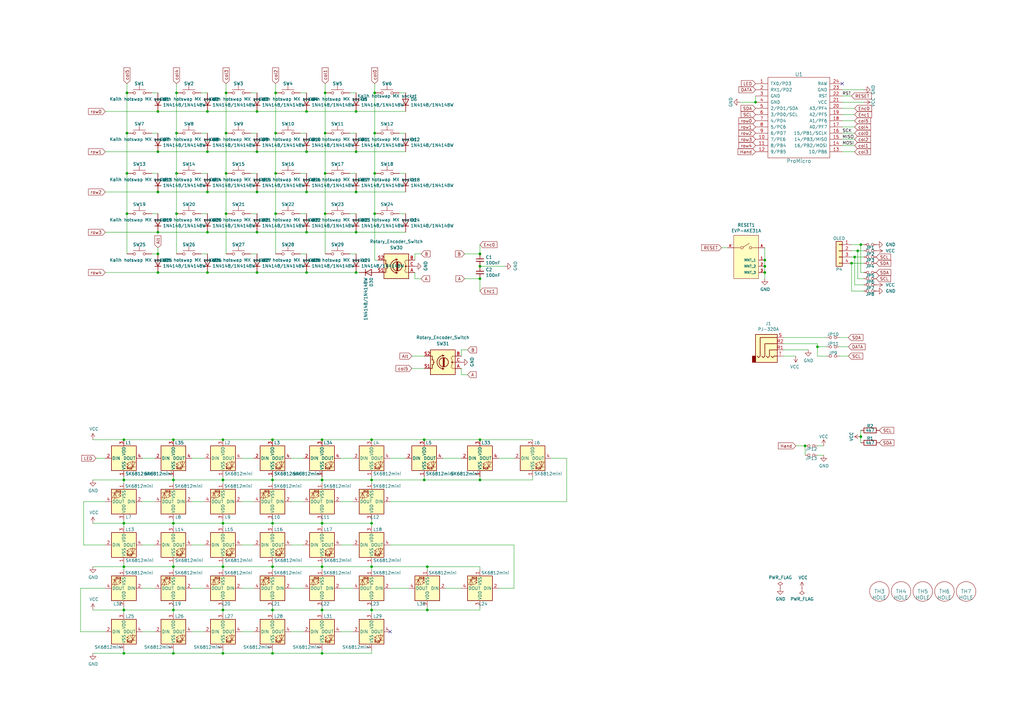
<source format=kicad_sch>
(kicad_sch (version 20211123) (generator eeschema)
  (paper "A3")
  (title_block (title "Lotus 58 Glow MX") (date "2020-12-12") (rev "v0.95") (company "Markus Knutsson <markus.knutsson@tweety.se>") (comment 1 "https://github.com/TweetyDaBird") (comment 2 "Licensed under CERN-OHL-S v2 or any superseding version"))
  (junction (at 50.8 196.85))
  (junction (at 146.05 95.25))
  (junction (at 85.09 62.23))
  (junction (at 133.35 38.1))
  (junction (at 91.44 180.34))
  (junction (at 196.85 114.3))
  (junction (at 125.73 78.74))
  (junction (at 71.12 180.34))
  (junction (at 313.69 109.22))
  (junction (at 309.88 41.91))
  (junction (at 353.06 179.07))
  (junction (at 91.44 267.97))
  (junction (at 71.12 267.97))
  (junction (at 64.77 104.14))
  (junction (at 175.26 232.41))
  (junction (at 64.77 111.76))
  (junction (at 71.12 250.19))
  (junction (at 152.4 180.34))
  (junction (at 50.8 214.63))
  (junction (at 125.73 62.23))
  (junction (at 92.71 71.12))
  (junction (at 85.09 78.74))
  (junction (at 133.35 54.61))
  (junction (at 71.12 196.85))
  (junction (at 132.08 214.63))
  (junction (at 105.41 78.74))
  (junction (at 153.67 71.12))
  (junction (at 330.2 182.88))
  (junction (at 50.8 250.19))
  (junction (at 111.76 250.19))
  (junction (at 353.06 100.33))
  (junction (at 152.4 250.19))
  (junction (at 52.07 71.12))
  (junction (at 349.25 107.95))
  (junction (at 64.77 78.74))
  (junction (at 196.85 196.85))
  (junction (at 105.41 62.23))
  (junction (at 113.03 54.61))
  (junction (at 125.73 45.72))
  (junction (at 64.77 95.25))
  (junction (at 132.08 250.19))
  (junction (at 92.71 38.1))
  (junction (at 146.05 62.23))
  (junction (at 152.4 196.85))
  (junction (at 313.69 106.68))
  (junction (at 146.05 111.76))
  (junction (at 113.03 71.12))
  (junction (at 92.71 87.63))
  (junction (at 153.67 38.1))
  (junction (at 50.8 267.97))
  (junction (at 92.71 54.61))
  (junction (at 133.35 71.12))
  (junction (at 52.07 87.63))
  (junction (at 335.28 142.24))
  (junction (at 91.44 214.63))
  (junction (at 105.41 111.76))
  (junction (at 113.03 87.63))
  (junction (at 125.73 95.25))
  (junction (at 111.76 196.85))
  (junction (at 64.77 45.72))
  (junction (at 50.8 180.34))
  (junction (at 85.09 95.25))
  (junction (at 146.05 78.74))
  (junction (at 52.07 54.61))
  (junction (at 125.73 111.76))
  (junction (at 175.26 250.19))
  (junction (at 173.99 196.85))
  (junction (at 132.08 232.41))
  (junction (at 351.79 102.87))
  (junction (at 105.41 45.72))
  (junction (at 111.76 180.34))
  (junction (at 72.39 71.12))
  (junction (at 71.12 232.41))
  (junction (at 91.44 232.41))
  (junction (at 153.67 54.61))
  (junction (at 72.39 38.1))
  (junction (at 173.99 180.34))
  (junction (at 91.44 250.19))
  (junction (at 152.4 214.63))
  (junction (at 64.77 62.23))
  (junction (at 132.08 267.97))
  (junction (at 153.67 87.63))
  (junction (at 133.35 87.63))
  (junction (at 196.85 180.34))
  (junction (at 313.69 111.76))
  (junction (at 350.52 105.41))
  (junction (at 111.76 232.41))
  (junction (at 85.09 45.72))
  (junction (at 196.85 104.14))
  (junction (at 111.76 267.97))
  (junction (at 72.39 87.63))
  (junction (at 50.8 232.41))
  (junction (at 132.08 196.85))
  (junction (at 91.44 196.85))
  (junction (at 113.03 38.1))
  (junction (at 196.85 109.22))
  (junction (at 85.09 111.76))
  (junction (at 152.4 232.41))
  (junction (at 111.76 214.63))
  (junction (at 132.08 180.34))
  (junction (at 146.05 45.72))
  (junction (at 71.12 214.63))
  (junction (at 52.07 38.1))
  (junction (at 72.39 54.61))
  (junction (at 105.41 95.25))
  (no_connect (at 345.44 34.29))
  (no_connect (at 160.02 259.08))
  (wire (pts (xy 210.82 241.3) (xy 210.82 223.52)))
  (wire (pts (xy 72.39 87.63) (xy 72.39 104.14)))
  (wire (pts (xy 105.41 111.76) (xy 125.73 111.76)))
  (wire (pts (xy 111.76 232.41) (xy 111.76 233.68)))
  (wire (pts (xy 64.77 45.72) (xy 85.09 45.72)))
  (wire (pts (xy 64.77 54.61) (xy 62.23 54.61)))
  (wire (pts (xy 91.44 267.97) (xy 91.44 266.7)))
  (wire (pts (xy 189.23 143.51) (xy 189.23 146.05)))
  (wire (pts (xy 146.05 54.61) (xy 143.51 54.61)))
  (wire (pts (xy 111.76 214.63) (xy 111.76 213.36)))
  (wire (pts (xy 196.85 180.34) (xy 218.44 180.34)))
  (wire (pts (xy 309.88 39.37) (xy 309.88 41.91)))
  (wire (pts (xy 52.07 87.63) (xy 52.07 104.14)))
  (wire (pts (xy 64.77 78.74) (xy 85.09 78.74)))
  (wire (pts (xy 85.09 54.61) (xy 82.55 54.61)))
  (wire (pts (xy 58.42 241.3) (xy 63.5 241.3)))
  (wire (pts (xy 105.41 95.25) (xy 125.73 95.25)))
  (wire (pts (xy 152.4 267.97) (xy 132.08 267.97)))
  (wire (pts (xy 349.25 107.95) (xy 354.33 107.95)))
  (wire (pts (xy 132.08 180.34) (xy 152.4 180.34)))
  (wire (pts (xy 321.31 146.05) (xy 326.39 146.05)))
  (wire (pts (xy 132.08 196.85) (xy 152.4 196.85)))
  (wire (pts (xy 71.12 214.63) (xy 71.12 213.36)))
  (wire (pts (xy 71.12 251.46) (xy 71.12 250.19)))
  (wire (pts (xy 313.69 114.3) (xy 313.69 111.76)))
  (wire (pts (xy 52.07 38.1) (xy 52.07 54.61)))
  (wire (pts (xy 52.07 71.12) (xy 52.07 87.63)))
  (wire (pts (xy 50.8 267.97) (xy 38.1 267.97)))
  (wire (pts (xy 50.8 214.63) (xy 71.12 214.63)))
  (wire (pts (xy 43.18 223.52) (xy 34.29 223.52)))
  (wire (pts (xy 119.38 241.3) (xy 124.46 241.3)))
  (wire (pts (xy 232.41 205.74) (xy 232.41 187.96)))
  (wire (pts (xy 353.06 176.53) (xy 353.06 179.07)))
  (wire (pts (xy 146.05 71.12) (xy 143.51 71.12)))
  (wire (pts (xy 50.8 267.97) (xy 50.8 266.7)))
  (wire (pts (xy 182.88 241.3) (xy 189.23 241.3)))
  (wire (pts (xy 175.26 250.19) (xy 196.85 250.19)))
  (wire (pts (xy 345.44 44.45) (xy 350.52 44.45)))
  (wire (pts (xy 111.76 198.12) (xy 111.76 196.85)))
  (wire (pts (xy 78.74 223.52) (xy 83.82 223.52)))
  (wire (pts (xy 99.06 205.74) (xy 104.14 205.74)))
  (wire (pts (xy 152.4 251.46) (xy 152.4 250.19)))
  (wire (pts (xy 153.67 54.61) (xy 153.67 71.12)))
  (wire (pts (xy 92.71 38.1) (xy 92.71 54.61)))
  (wire (pts (xy 111.76 231.14) (xy 111.76 232.41)))
  (wire (pts (xy 92.71 34.29) (xy 92.71 38.1)))
  (wire (pts (xy 133.35 38.1) (xy 133.35 54.61)))
  (wire (pts (xy 175.26 232.41) (xy 175.26 233.68)))
  (wire (pts (xy 218.44 196.85) (xy 196.85 196.85)))
  (wire (pts (xy 345.44 54.61) (xy 350.52 54.61)))
  (wire (pts (xy 85.09 95.25) (xy 105.41 95.25)))
  (wire (pts (xy 71.12 232.41) (xy 71.12 233.68)))
  (wire (pts (xy 50.8 248.92) (xy 50.8 250.19)))
  (wire (pts (xy 78.74 241.3) (xy 83.82 241.3)))
  (wire (pts (xy 132.08 232.41) (xy 152.4 232.41)))
  (wire (pts (xy 152.4 214.63) (xy 152.4 215.9)))
  (wire (pts (xy 52.07 54.61) (xy 52.07 71.12)))
  (wire (pts (xy 335.28 142.24) (xy 335.28 140.97)))
  (wire (pts (xy 64.77 95.25) (xy 85.09 95.25)))
  (wire (pts (xy 123.19 87.63) (xy 125.73 87.63)))
  (wire (pts (xy 139.7 205.74) (xy 144.78 205.74)))
  (wire (pts (xy 152.4 231.14) (xy 152.4 232.41)))
  (wire (pts (xy 72.39 38.1) (xy 72.39 54.61)))
  (wire (pts (xy 62.23 71.12) (xy 64.77 71.12)))
  (wire (pts (xy 71.12 196.85) (xy 71.12 195.58)))
  (wire (pts (xy 85.09 78.74) (xy 105.41 78.74)))
  (wire (pts (xy 153.67 34.29) (xy 153.67 38.1)))
  (wire (pts (xy 146.05 38.1) (xy 143.51 38.1)))
  (wire (pts (xy 170.18 114.3) (xy 170.18 111.76)))
  (wire (pts (xy 232.41 187.96) (xy 226.06 187.96)))
  (wire (pts (xy 123.19 38.1) (xy 125.73 38.1)))
  (wire (pts (xy 113.03 38.1) (xy 113.03 54.61)))
  (wire (pts (xy 345.44 57.15) (xy 350.52 57.15)))
  (wire (pts (xy 38.1 232.41) (xy 50.8 232.41)))
  (wire (pts (xy 105.41 104.14) (xy 102.87 104.14)))
  (wire (pts (xy 111.76 180.34) (xy 132.08 180.34)))
  (wire (pts (xy 113.03 87.63) (xy 113.03 104.14)))
  (wire (pts (xy 160.02 187.96) (xy 166.37 187.96)))
  (wire (pts (xy 152.4 232.41) (xy 175.26 232.41)))
  (wire (pts (xy 196.85 119.38) (xy 196.85 114.3)))
  (wire (pts (xy 196.85 195.58) (xy 196.85 196.85)))
  (wire (pts (xy 91.44 233.68) (xy 91.44 232.41)))
  (wire (pts (xy 153.67 106.68) (xy 154.94 106.68)))
  (wire (pts (xy 64.77 38.1) (xy 62.23 38.1)))
  (wire (pts (xy 99.06 187.96) (xy 104.14 187.96)))
  (wire (pts (xy 125.73 78.74) (xy 146.05 78.74)))
  (wire (pts (xy 82.55 38.1) (xy 85.09 38.1)))
  (wire (pts (xy 105.41 45.72) (xy 125.73 45.72)))
  (wire (pts (xy 38.1 180.34) (xy 50.8 180.34)))
  (wire (pts (xy 58.42 223.52) (xy 63.5 223.52)))
  (wire (pts (xy 173.99 180.34) (xy 196.85 180.34)))
  (wire (pts (xy 71.12 231.14) (xy 71.12 232.41)))
  (wire (pts (xy 71.12 198.12) (xy 71.12 196.85)))
  (wire (pts (xy 82.55 71.12) (xy 85.09 71.12)))
  (wire (pts (xy 85.09 104.14) (xy 82.55 104.14)))
  (wire (pts (xy 91.44 196.85) (xy 91.44 198.12)))
  (wire (pts (xy 102.87 71.12) (xy 105.41 71.12)))
  (wire (pts (xy 321.31 143.51) (xy 331.47 143.51)))
  (wire (pts (xy 64.77 62.23) (xy 85.09 62.23)))
  (wire (pts (xy 50.8 251.46) (xy 50.8 250.19)))
  (wire (pts (xy 50.8 232.41) (xy 71.12 232.41)))
  (wire (pts (xy 50.8 196.85) (xy 38.1 196.85)))
  (wire (pts (xy 105.41 87.63) (xy 102.87 87.63)))
  (wire (pts (xy 354.33 102.87) (xy 351.79 102.87)))
  (wire (pts (xy 350.52 105.41) (xy 354.33 105.41)))
  (wire (pts (xy 175.26 232.41) (xy 196.85 232.41)))
  (wire (pts (xy 64.77 87.63) (xy 62.23 87.63)))
  (wire (pts (xy 146.05 111.76) (xy 147.32 111.76)))
  (wire (pts (xy 349.25 107.95) (xy 349.25 119.38)))
  (wire (pts (xy 132.08 267.97) (xy 111.76 267.97)))
  (wire (pts (xy 196.85 250.19) (xy 196.85 248.92)))
  (wire (pts (xy 335.28 182.88) (xy 337.82 182.88)))
  (wire (pts (xy 175.26 250.19) (xy 175.26 248.92)))
  (wire (pts (xy 50.8 196.85) (xy 50.8 198.12)))
  (wire (pts (xy 132.08 248.92) (xy 132.08 250.19)))
  (wire (pts (xy 85.09 62.23) (xy 105.41 62.23)))
  (wire (pts (xy 344.17 142.24) (xy 347.98 142.24)))
  (wire (pts (xy 71.12 267.97) (xy 50.8 267.97)))
  (wire (pts (xy 139.7 241.3) (xy 144.78 241.3)))
  (wire (pts (xy 313.69 109.22) (xy 313.69 106.68)))
  (wire (pts (xy 210.82 187.96) (xy 204.47 187.96)))
  (wire (pts (xy 58.42 205.74) (xy 63.5 205.74)))
  (wire (pts (xy 133.35 71.12) (xy 133.35 87.63)))
  (wire (pts (xy 218.44 195.58) (xy 218.44 196.85)))
  (wire (pts (xy 52.07 34.29) (xy 52.07 38.1)))
  (wire (pts (xy 125.73 95.25) (xy 146.05 95.25)))
  (wire (pts (xy 43.18 111.76) (xy 64.77 111.76)))
  (wire (pts (xy 345.44 39.37) (xy 349.25 39.37)))
  (wire (pts (xy 350.52 116.84) (xy 350.52 105.41)))
  (wire (pts (xy 345.44 36.83) (xy 354.33 36.83)))
  (wire (pts (xy 335.28 146.05) (xy 339.09 146.05)))
  (wire (pts (xy 71.12 248.92) (xy 71.12 250.19)))
  (wire (pts (xy 345.44 52.07) (xy 350.52 52.07)))
  (wire (pts (xy 295.91 101.6) (xy 298.45 101.6)))
  (wire (pts (xy 91.44 214.63) (xy 91.44 213.36)))
  (wire (pts (xy 78.74 187.96) (xy 83.82 187.96)))
  (wire (pts (xy 132.08 215.9) (xy 132.08 214.63)))
  (wire (pts (xy 72.39 54.61) (xy 72.39 71.12)))
  (wire (pts (xy 132.08 214.63) (xy 152.4 214.63)))
  (wire (pts (xy 153.67 87.63) (xy 153.67 106.68)))
  (wire (pts (xy 309.88 41.91) (xy 303.53 41.91)))
  (wire (pts (xy 92.71 87.63) (xy 92.71 104.14)))
  (wire (pts (xy 71.12 250.19) (xy 91.44 250.19)))
  (wire (pts (xy 43.18 62.23) (xy 64.77 62.23)))
  (wire (pts (xy 113.03 34.29) (xy 113.03 38.1)))
  (wire (pts (xy 189.23 187.96) (xy 181.61 187.96)))
  (wire (pts (xy 163.83 38.1) (xy 166.37 38.1)))
  (wire (pts (xy 111.76 214.63) (xy 132.08 214.63)))
  (wire (pts (xy 163.83 87.63) (xy 166.37 87.63)))
  (wire (pts (xy 190.5 104.14) (xy 196.85 104.14)))
  (wire (pts (xy 111.76 251.46) (xy 111.76 250.19)))
  (wire (pts (xy 111.76 214.63) (xy 111.76 215.9)))
  (wire (pts (xy 102.87 38.1) (xy 105.41 38.1)))
  (wire (pts (xy 78.74 205.74) (xy 83.82 205.74)))
  (wire (pts (xy 146.05 95.25) (xy 166.37 95.25)))
  (wire (pts (xy 105.41 62.23) (xy 125.73 62.23)))
  (wire (pts (xy 91.44 196.85) (xy 111.76 196.85)))
  (wire (pts (xy 71.12 180.34) (xy 91.44 180.34)))
  (wire (pts (xy 132.08 250.19) (xy 152.4 250.19)))
  (wire (pts (xy 189.23 153.67) (xy 189.23 151.13)))
  (wire (pts (xy 125.73 54.61) (xy 123.19 54.61)))
  (wire (pts (xy 58.42 187.96) (xy 63.5 187.96)))
  (wire (pts (xy 111.76 196.85) (xy 132.08 196.85)))
  (wire (pts (xy 39.37 187.96) (xy 43.18 187.96)))
  (wire (pts (xy 111.76 232.41) (xy 132.08 232.41)))
  (wire (pts (xy 146.05 104.14) (xy 143.51 104.14)))
  (wire (pts (xy 119.38 223.52) (xy 124.46 223.52)))
  (wire (pts (xy 349.25 102.87) (xy 351.79 102.87)))
  (wire (pts (xy 173.99 196.85) (xy 173.99 195.58)))
  (wire (pts (xy 50.8 213.36) (xy 50.8 214.63)))
  (wire (pts (xy 132.08 251.46) (xy 132.08 250.19)))
  (wire (pts (xy 113.03 71.12) (xy 113.03 87.63)))
  (wire (pts (xy 71.12 214.63) (xy 91.44 214.63)))
  (wire (pts (xy 313.69 111.76) (xy 313.69 109.22)))
  (wire (pts (xy 191.77 143.51) (xy 189.23 143.51)))
  (wire (pts (xy 345.44 46.99) (xy 350.52 46.99)))
  (wire (pts (xy 133.35 54.61) (xy 133.35 71.12)))
  (wire (pts (xy 132.08 231.14) (xy 132.08 232.41)))
  (wire (pts (xy 146.05 87.63) (xy 143.51 87.63)))
  (wire (pts (xy 91.44 231.14) (xy 91.44 232.41)))
  (wire (pts (xy 163.83 71.12) (xy 166.37 71.12)))
  (wire (pts (xy 111.76 267.97) (xy 91.44 267.97)))
  (wire (pts (xy 99.06 259.08) (xy 104.14 259.08)))
  (wire (pts (xy 354.33 100.33) (xy 353.06 100.33)))
  (wire (pts (xy 71.12 232.41) (xy 91.44 232.41)))
  (wire (pts (xy 160.02 223.52) (xy 210.82 223.52)))
  (wire (pts (xy 111.76 250.19) (xy 111.76 248.92)))
  (wire (pts (xy 91.44 251.46) (xy 91.44 250.19)))
  (wire (pts (xy 173.99 196.85) (xy 152.4 196.85)))
  (wire (pts (xy 146.05 78.74) (xy 166.37 78.74)))
  (wire (pts (xy 152.4 232.41) (xy 152.4 233.68)))
  (wire (pts (xy 50.8 195.58) (xy 50.8 196.85)))
  (wire (pts (xy 196.85 232.41) (xy 196.85 233.68)))
  (wire (pts (xy 152.4 180.34) (xy 173.99 180.34)))
  (wire (pts (xy 152.4 250.19) (xy 175.26 250.19)))
  (wire (pts (xy 133.35 34.29) (xy 133.35 38.1)))
  (wire (pts (xy 50.8 250.19) (xy 71.12 250.19)))
  (wire (pts (xy 349.25 119.38) (xy 354.33 119.38)))
  (wire (pts (xy 339.09 142.24) (xy 335.28 142.24)))
  (wire (pts (xy 354.33 111.76) (xy 353.06 111.76)))
  (wire (pts (xy 172.72 114.3) (xy 170.18 114.3)))
  (wire (pts (xy 132.08 233.68) (xy 132.08 232.41)))
  (wire (pts (xy 166.37 54.61) (xy 163.83 54.61)))
  (wire (pts (xy 72.39 71.12) (xy 72.39 87.63)))
  (wire (pts (xy 353.06 179.07) (xy 353.06 181.61)))
  (wire (pts (xy 102.87 54.61) (xy 105.41 54.61)))
  (wire (pts (xy 196.85 196.85) (xy 173.99 196.85)))
  (wire (pts (xy 85.09 45.72) (xy 105.41 45.72)))
  (wire (pts (xy 111.76 196.85) (xy 111.76 195.58)))
  (wire (pts (xy 345.44 41.91) (xy 354.33 41.91)))
  (wire (pts (xy 349.25 105.41) (xy 350.52 105.41)))
  (wire (pts (xy 146.05 62.23) (xy 166.37 62.23)))
  (wire (pts (xy 91.44 180.34) (xy 111.76 180.34)))
  (wire (pts (xy 92.71 71.12) (xy 92.71 87.63)))
  (wire (pts (xy 91.44 214.63) (xy 91.44 215.9)))
  (wire (pts (xy 50.8 180.34) (xy 71.12 180.34)))
  (wire (pts (xy 34.29 205.74) (xy 43.18 205.74)))
  (wire (pts (xy 125.73 104.14) (xy 123.19 104.14)))
  (wire (pts (xy 353.06 100.33) (xy 353.06 111.76)))
  (wire (pts (xy 43.18 78.74) (xy 64.77 78.74)))
  (wire (pts (xy 111.76 250.19) (xy 132.08 250.19)))
  (wire (pts (xy 173.99 151.13) (xy 168.91 151.13)))
  (wire (pts (xy 125.73 62.23) (xy 146.05 62.23)))
  (wire (pts (xy 33.02 241.3) (xy 33.02 259.08)))
  (wire (pts (xy 351.79 114.3) (xy 354.33 114.3)))
  (wire (pts (xy 133.35 87.63) (xy 133.35 104.14)))
  (wire (pts (xy 91.44 250.19) (xy 111.76 250.19)))
  (wire (pts (xy 337.82 186.69) (xy 335.28 186.69)))
  (wire (pts (xy 50.8 214.63) (xy 38.1 214.63)))
  (wire (pts (xy 91.44 196.85) (xy 71.12 196.85)))
  (wire (pts (xy 119.38 205.74) (xy 124.46 205.74)))
  (wire (pts (xy 62.23 104.14) (xy 64.77 104.14)))
  (wire (pts (xy 326.39 182.88) (xy 330.2 182.88)))
  (wire (pts (xy 72.39 34.29) (xy 72.39 38.1)))
  (wire (pts (xy 91.44 195.58) (xy 91.44 196.85)))
  (wire (pts (xy 64.77 101.6) (xy 64.77 104.14)))
  (wire (pts (xy 50.8 233.68) (xy 50.8 232.41)))
  (wire (pts (xy 71.12 267.97) (xy 71.12 266.7)))
  (wire (pts (xy 111.76 267.97) (xy 111.76 266.7)))
  (wire (pts (xy 91.44 232.41) (xy 111.76 232.41)))
  (wire (pts (xy 321.31 138.43) (xy 339.09 138.43)))
  (wire (pts (xy 196.85 104.14) (xy 196.85 100.33)))
  (wire (pts (xy 354.33 116.84) (xy 350.52 116.84)))
  (wire (pts (xy 132.08 196.85) (xy 132.08 195.58)))
  (wire (pts (xy 91.44 267.97) (xy 71.12 267.97)))
  (wire (pts (xy 125.73 45.72) (xy 146.05 45.72)))
  (wire (pts (xy 85.09 87.63) (xy 82.55 87.63)))
  (wire (pts (xy 146.05 45.72) (xy 166.37 45.72)))
  (wire (pts (xy 58.42 259.08) (xy 63.5 259.08)))
  (wire (pts (xy 152.4 266.7) (xy 152.4 267.97)))
  (wire (pts (xy 153.67 71.12) (xy 153.67 87.63)))
  (wire (pts (xy 64.77 111.76) (xy 85.09 111.76)))
  (wire (pts (xy 119.38 187.96) (xy 124.46 187.96)))
  (wire (pts (xy 50.8 196.85) (xy 71.12 196.85)))
  (wire (pts (xy 34.29 223.52) (xy 34.29 205.74)))
  (wire (pts (xy 132.08 198.12) (xy 132.08 196.85)))
  (wire (pts (xy 119.38 259.08) (xy 124.46 259.08)))
  (wire (pts (xy 132.08 214.63) (xy 132.08 213.36)))
  (wire (pts (xy 50.8 231.14) (xy 50.8 232.41)))
  (wire (pts (xy 345.44 59.69) (xy 350.52 59.69)))
  (wire (pts (xy 38.1 250.19) (xy 50.8 250.19)))
  (wire (pts (xy 191.77 153.67) (xy 189.23 153.67)))
  (wire (pts (xy 152.4 250.19) (xy 152.4 248.92)))
  (wire (pts (xy 321.31 140.97) (xy 335.28 140.97)))
  (wire (pts (xy 153.67 38.1) (xy 153.67 54.61)))
  (wire (pts (xy 139.7 187.96) (xy 144.78 187.96)))
  (wire (pts (xy 347.98 138.43) (xy 344.17 138.43)))
  (wire (pts (xy 204.47 241.3) (xy 210.82 241.3)))
  (wire (pts (xy 105.41 78.74) (xy 125.73 78.74)))
  (wire (pts (xy 172.72 104.14) (xy 170.18 104.14)))
  (wire (pts (xy 152.4 214.63) (xy 152.4 213.36)))
  (wire (pts (xy 43.18 45.72) (xy 64.77 45.72)))
  (wire (pts (xy 33.02 259.08) (xy 43.18 259.08)))
  (wire (pts (xy 349.25 100.33) (xy 353.06 100.33)))
  (wire (pts (xy 160.02 241.3) (xy 167.64 241.3)))
  (wire (pts (xy 99.06 223.52) (xy 104.14 223.52)))
  (wire (pts (xy 139.7 259.08) (xy 144.78 259.08)))
  (wire (pts (xy 190.5 114.3) (xy 196.85 114.3)))
  (wire (pts (xy 351.79 102.87) (xy 351.79 114.3)))
  (wire (pts (xy 152.4 196.85) (xy 152.4 198.12)))
  (wire (pts (xy 347.98 146.05) (xy 344.17 146.05)))
  (wire (pts (xy 160.02 205.74) (xy 232.41 205.74)))
  (wire (pts (xy 92.71 54.61) (xy 92.71 71.12)))
  (wire (pts (xy 125.73 71.12) (xy 123.19 71.12)))
  (wire (pts (xy 71.12 214.63) (xy 71.12 215.9)))
  (wire (pts (xy 196.85 109.22) (xy 207.01 109.22)))
  (wire (pts (xy 78.74 259.08) (xy 83.82 259.08)))
  (wire (pts (xy 132.08 267.97) (xy 132.08 266.7)))
  (wire (pts (xy 125.73 111.76) (xy 146.05 111.76)))
  (wire (pts (xy 91.44 214.63) (xy 111.76 214.63)))
  (wire (pts (xy 152.4 196.85) (xy 152.4 195.58)))
  (wire (pts (xy 113.03 54.61) (xy 113.03 71.12)))
  (wire (pts (xy 345.44 62.23) (xy 350.52 62.23)))
  (wire (pts (xy 330.2 186.69) (xy 330.2 182.88)))
  (wire (pts (xy 173.99 146.05) (xy 168.91 146.05)))
  (wire (pts (xy 313.69 101.6) (xy 313.69 106.68)))
  (wire (pts (xy 99.06 241.3) (xy 104.14 241.3)))
  (wire (pts (xy 345.44 49.53) (xy 350.52 49.53)))
  (wire (pts (xy 139.7 223.52) (xy 144.78 223.52)))
  (wire (pts (xy 85.09 111.76) (xy 105.41 111.76)))
  (wire (pts (xy 91.44 250.19) (xy 91.44 248.92)))
  (wire (pts (xy 335.28 142.24) (xy 335.28 146.05)))
  (wire (pts (xy 50.8 214.63) (xy 50.8 215.9)))
  (wire (pts (xy 43.18 241.3) (xy 33.02 241.3)))
  (wire (pts (xy 170.18 104.14) (xy 170.18 106.68)))
  (wire (pts (xy 43.18 95.25) (xy 64.77 95.25)))
  (label "RST" (at 345.44 39.37 0))
  (label "MOSI" (at 345.44 59.69 0))
  (label "SCK" (at 345.44 54.61 0))
  (label "MISO" (at 345.44 57.15 0))
  (global_label "B" (shape input) (at 191.77 143.51 0) (property "Intersheet References" "${INTERSHEET_REFS}" (effects hide)))
  (global_label "Alt" (shape input) (at 64.77 101.6 90) (property "Intersheet References" "${INTERSHEET_REFS}" (effects hide)))
  (global_label "Hand" (shape input) (at 326.39 182.88 180) (property "Intersheet References" "${INTERSHEET_REFS}" (effects hide)))
  (global_label "col4" (shape input) (at 350.52 52.07 0) (property "Intersheet References" "${INTERSHEET_REFS}" (effects hide)))
  (global_label "Hand" (shape input) (at 309.88 62.23 180) (property "Intersheet References" "${INTERSHEET_REFS}" (effects hide)))
  (global_label "row1" (shape input) (at 43.18 62.23 180) (property "Intersheet References" "${INTERSHEET_REFS}" (effects hide)))
  (global_label "row2" (shape input) (at 309.88 54.61 180) (property "Intersheet References" "${INTERSHEET_REFS}" (effects hide)))
  (global_label "Enc0" (shape input) (at 350.52 44.45 0) (property "Intersheet References" "${INTERSHEET_REFS}" (effects hide)))
  (global_label "col2" (shape input) (at 113.03 34.29 90) (property "Intersheet References" "${INTERSHEET_REFS}" (effects hide)))
  (global_label "row0" (shape input) (at 43.18 45.72 180) (property "Intersheet References" "${INTERSHEET_REFS}" (effects hide)))
  (global_label "col5" (shape input) (at 350.52 49.53 0) (property "Intersheet References" "${INTERSHEET_REFS}" (effects hide)))
  (global_label "col0" (shape input) (at 350.52 54.61 0) (property "Intersheet References" "${INTERSHEET_REFS}" (effects hide)))
  (global_label "col0" (shape input) (at 153.67 34.29 90) (property "Intersheet References" "${INTERSHEET_REFS}" (effects hide)))
  (global_label "col1" (shape input) (at 350.52 59.69 0) (property "Intersheet References" "${INTERSHEET_REFS}" (effects hide)))
  (global_label "row3" (shape input) (at 43.18 95.25 180) (property "Intersheet References" "${INTERSHEET_REFS}" (effects hide)))
  (global_label "DATA" (shape input) (at 347.98 142.24 0) (property "Intersheet References" "${INTERSHEET_REFS}" (effects hide)))
  (global_label "SCL" (shape input) (at 359.41 114.3 0) (property "Intersheet References" "${INTERSHEET_REFS}" (effects hide)))
  (global_label "RESET" (shape input) (at 295.91 101.6 180) (property "Intersheet References" "${INTERSHEET_REFS}" (effects hide)))
  (global_label "LED" (shape input) (at 309.88 34.29 180) (property "Intersheet References" "${INTERSHEET_REFS}" (effects hide)))
  (global_label "Enc1" (shape input) (at 196.85 119.38 0) (property "Intersheet References" "${INTERSHEET_REFS}" (effects hide)))
  (global_label "row4" (shape input) (at 43.18 111.76 180) (property "Intersheet References" "${INTERSHEET_REFS}" (effects hide)))
  (global_label "row0" (shape input) (at 309.88 49.53 180) (property "Intersheet References" "${INTERSHEET_REFS}" (effects hide)))
  (global_label "row3" (shape input) (at 309.88 57.15 180) (property "Intersheet References" "${INTERSHEET_REFS}" (effects hide)))
  (global_label "LED" (shape input) (at 39.37 187.96 180) (property "Intersheet References" "${INTERSHEET_REFS}" (effects hide)))
  (global_label "Enc0" (shape input) (at 196.85 100.33 0) (property "Intersheet References" "${INTERSHEET_REFS}" (effects hide)))
  (global_label "col2" (shape input) (at 350.52 57.15 0) (property "Intersheet References" "${INTERSHEET_REFS}" (effects hide)))
  (global_label "row2" (shape input) (at 43.18 78.74 180) (property "Intersheet References" "${INTERSHEET_REFS}" (effects hide)))
  (global_label "row1" (shape input) (at 309.88 52.07 180) (property "Intersheet References" "${INTERSHEET_REFS}" (effects hide)))
  (global_label "SDA" (shape input) (at 347.98 138.43 0) (property "Intersheet References" "${INTERSHEET_REFS}" (effects hide)))
  (global_label "SDA" (shape input) (at 359.41 111.76 0) (property "Intersheet References" "${INTERSHEET_REFS}" (effects hide)))
  (global_label "RESET" (shape input) (at 349.25 39.37 0) (property "Intersheet References" "${INTERSHEET_REFS}" (effects hide)))
  (global_label "A" (shape input) (at 191.77 153.67 0) (property "Intersheet References" "${INTERSHEET_REFS}" (effects hide)))
  (global_label "Alt" (shape input) (at 168.91 146.05 180) (property "Intersheet References" "${INTERSHEET_REFS}" (effects hide)))
  (global_label "SCL" (shape input) (at 309.88 46.99 180) (property "Intersheet References" "${INTERSHEET_REFS}" (effects hide)))
  (global_label "col1" (shape input) (at 133.35 34.29 90) (property "Intersheet References" "${INTERSHEET_REFS}" (effects hide)))
  (global_label "col3" (shape input) (at 350.52 62.23 0) (property "Intersheet References" "${INTERSHEET_REFS}" (effects hide)))
  (global_label "A" (shape input) (at 172.72 114.3 0) (property "Intersheet References" "${INTERSHEET_REFS}" (effects hide)))
  (global_label "SCL" (shape input) (at 360.68 176.53 0) (property "Intersheet References" "${INTERSHEET_REFS}" (effects hide)))
  (global_label "SDA" (shape input) (at 359.41 107.95 0) (property "Intersheet References" "${INTERSHEET_REFS}" (effects hide)))
  (global_label "Enc1" (shape input) (at 350.52 46.99 0) (property "Intersheet References" "${INTERSHEET_REFS}" (effects hide)))
  (global_label "col5" (shape input) (at 52.07 34.29 90) (property "Intersheet References" "${INTERSHEET_REFS}" (effects hide)))
  (global_label "DATA" (shape input) (at 309.88 36.83 180) (property "Intersheet References" "${INTERSHEET_REFS}" (effects hide)))
  (global_label "row4" (shape input) (at 309.88 59.69 180) (property "Intersheet References" "${INTERSHEET_REFS}" (effects hide)))
  (global_label "SDA" (shape input) (at 309.88 44.45 180) (property "Intersheet References" "${INTERSHEET_REFS}" (effects hide)))
  (global_label "col4" (shape input) (at 72.39 34.29 90) (property "Intersheet References" "${INTERSHEET_REFS}" (effects hide)))
  (global_label "col5" (shape input) (at 168.91 151.13 180) (property "Intersheet References" "${INTERSHEET_REFS}" (effects hide)))
  (global_label "col3" (shape input) (at 92.71 34.29 90) (property "Intersheet References" "${INTERSHEET_REFS}" (effects hide)))
  (global_label "SCL" (shape input) (at 347.98 146.05 0) (property "Intersheet References" "${INTERSHEET_REFS}" (effects hide)))
  (global_label "A" (shape input) (at 190.5 114.3 180) (property "Intersheet References" "${INTERSHEET_REFS}" (effects hide)))
  (global_label "SDA" (shape input) (at 360.68 181.61 0) (property "Intersheet References" "${INTERSHEET_REFS}" (effects hide)))
  (global_label "B" (shape input) (at 172.72 104.14 0) (property "Intersheet References" "${INTERSHEET_REFS}" (effects hide)))
  (global_label "B" (shape input) (at 190.5 104.14 180) (property "Intersheet References" "${INTERSHEET_REFS}" (effects hide)))
  (global_label "SCL" (shape input) (at 359.41 105.41 0) (property "Intersheet References" "${INTERSHEET_REFS}" (effects hide)))
  (symbol (lib_id "Lotus58_Glow-rescue:ProMicro-keebio") (at 327.66 48.26 0) (unit 1)
    (property "Reference" "U1" (at 327.66 30.48 0) (effects (font (size 1.524 1.524))))
    (property "Value" "ProMicro" (at 327.66 66.04 0) (effects (font (size 1.524 1.524))))
    (property "Footprint" "Keyboard Library:ProMicro_Reversible" (effects hide))
  )
  (symbol (lib_id "Switch:SW_Push") (at 57.15 104.14 0) (unit 1)
    (property "Reference" "SW25" (at 57.15 100.33 0))
    (property "Value" "Kailh hotswap MX socket" (at 57.15 106.68 0))
    (property "Footprint" "keyswitches:Kailh_socket_MX_reversible_RGB" (effects hide))
  )
  (symbol (lib_id "Switch:SW_Push") (at 77.47 104.14 0) (unit 1)
    (property "Reference" "SW26" (at 77.47 100.33 0))
    (property "Value" "Kailh hotswap MX socket" (at 77.47 106.68 0))
    (property "Footprint" "keyswitches:Kailh_socket_MX_reversible_RGB" (effects hide))
  )
  (symbol (lib_id "Switch:SW_Push") (at 57.15 38.1 0) (unit 1)
    (property "Reference" "SW1" (at 57.15 34.29 0))
    (property "Value" "Kailh hotswap MX socket" (at 57.15 40.64 0))
    (property "Footprint" "keyswitches:Kailh_socket_MX_reversible_RGB" (effects hide))
  )
  (symbol (lib_id "Device:D") (at 64.77 41.91 90) (unit 1)
    (property "Reference" "D1" (at 66.7766 40.7416 90) (effects (justify right)))
    (property "Value" "1N4148/1N4148W" (at 66.7766 43.053 90) (effects (justify right)))
    (property "Footprint" "Keyboard Library:Diode_DO35_SOD123" (effects hide))
  )
  (symbol (lib_id "Switch:SW_Push") (at 77.47 38.1 0) (unit 1)
    (property "Reference" "SW2" (at 77.47 34.29 0))
    (property "Value" "Kailh hotswap MX socket" (at 77.47 40.64 0))
    (property "Footprint" "keyswitches:Kailh_socket_MX_reversible_RGB" (effects hide))
  )
  (symbol (lib_id "Device:D") (at 85.09 41.91 90) (unit 1)
    (property "Reference" "D2" (at 87.0966 40.7416 90) (effects (justify right)))
    (property "Value" "1N4148/1N4148W" (at 87.0966 43.053 90) (effects (justify right)))
    (property "Footprint" "Keyboard Library:Diode_DO35_SOD123" (effects hide))
  )
  (symbol (lib_id "Switch:SW_Push") (at 97.79 38.1 0) (unit 1)
    (property "Reference" "SW3" (at 97.79 34.29 0))
    (property "Value" "Kailh hotswap MX socket" (at 97.79 40.64 0))
    (property "Footprint" "keyswitches:Kailh_socket_MX_reversible_RGB" (effects hide))
  )
  (symbol (lib_id "Device:D") (at 105.41 41.91 90) (unit 1)
    (property "Reference" "D3" (at 107.4166 40.7416 90) (effects (justify right)))
    (property "Value" "1N4148/1N4148W" (at 107.4166 43.053 90) (effects (justify right)))
    (property "Footprint" "Keyboard Library:Diode_DO35_SOD123" (effects hide))
  )
  (symbol (lib_id "Switch:SW_Push") (at 118.11 38.1 0) (unit 1)
    (property "Reference" "SW4" (at 118.11 34.29 0))
    (property "Value" "Kailh hotswap MX socket" (at 118.11 40.64 0))
    (property "Footprint" "keyswitches:Kailh_socket_MX_reversible_RGB" (effects hide))
  )
  (symbol (lib_id "Device:D") (at 125.73 41.91 90) (unit 1)
    (property "Reference" "D4" (at 127.7366 40.7416 90) (effects (justify right)))
    (property "Value" "1N4148/1N4148W" (at 127.7366 43.053 90) (effects (justify right)))
    (property "Footprint" "Keyboard Library:Diode_DO35_SOD123" (effects hide))
  )
  (symbol (lib_id "Switch:SW_Push") (at 138.43 38.1 0) (unit 1)
    (property "Reference" "SW5" (at 138.43 34.29 0))
    (property "Value" "Kailh hotswap MX socket" (at 138.43 40.64 0))
    (property "Footprint" "keyswitches:Kailh_socket_MX_reversible_RGB" (effects hide))
  )
  (symbol (lib_id "Device:D") (at 146.05 41.91 90) (unit 1)
    (property "Reference" "D5" (at 148.0566 40.7416 90) (effects (justify right)))
    (property "Value" "1N4148/1N4148W" (at 148.0566 43.053 90) (effects (justify right)))
    (property "Footprint" "Keyboard Library:Diode_DO35_SOD123" (effects hide))
  )
  (symbol (lib_id "Switch:SW_Push") (at 158.75 38.1 0) (unit 1)
    (property "Reference" "SW6" (at 158.75 34.29 0))
    (property "Value" "Kailh hotswap MX socket" (at 158.75 39.37 0))
    (property "Footprint" "keyswitches:Kailh_socket_MX_reversible_RGB" (effects hide))
  )
  (symbol (lib_id "Device:D") (at 166.37 41.91 90) (unit 1)
    (property "Reference" "D6" (at 168.3766 40.7416 90) (effects (justify right)))
    (property "Value" "1N4148/1N4148W" (at 168.3766 43.053 90) (effects (justify right)))
    (property "Footprint" "Keyboard Library:Diode_DO35_SOD123" (effects hide))
  )
  (symbol (lib_id "Switch:SW_Push") (at 77.47 54.61 0) (unit 1)
    (property "Reference" "SW8" (at 77.47 50.8 0))
    (property "Value" "Kailh hotswap MX socket" (at 77.47 57.15 0))
    (property "Footprint" "keyswitches:Kailh_socket_MX_reversible_RGB" (effects hide))
  )
  (symbol (lib_id "Switch:SW_Push") (at 97.79 54.61 0) (unit 1)
    (property "Reference" "SW9" (at 97.79 50.8 0))
    (property "Value" "Kailh hotswap MX socket" (at 97.79 57.15 0))
    (property "Footprint" "keyswitches:Kailh_socket_MX_reversible_RGB" (effects hide))
  )
  (symbol (lib_id "Switch:SW_Push") (at 118.11 54.61 0) (unit 1)
    (property "Reference" "SW10" (at 118.11 50.8 0))
    (property "Value" "Kailh hotswap MX socket" (at 118.11 57.15 0))
    (property "Footprint" "keyswitches:Kailh_socket_MX_reversible_RGB" (effects hide))
  )
  (symbol (lib_id "Switch:SW_Push") (at 138.43 54.61 0) (unit 1)
    (property "Reference" "SW11" (at 138.43 50.8 0))
    (property "Value" "Kailh hotswap MX socket" (at 138.43 57.15 0))
    (property "Footprint" "keyswitches:Kailh_socket_MX_reversible_RGB" (effects hide))
  )
  (symbol (lib_id "Switch:SW_Push") (at 158.75 54.61 0) (unit 1)
    (property "Reference" "SW12" (at 158.75 50.8 0))
    (property "Value" "Kailh hotswap MX socket" (at 158.75 57.15 0))
    (property "Footprint" "keyswitches:Kailh_socket_MX_reversible_RGB" (effects hide))
  )
  (symbol (lib_id "Switch:SW_Push") (at 57.15 54.61 0) (unit 1)
    (property "Reference" "SW7" (at 57.15 50.8 0))
    (property "Value" "Kailh hotswap MX socket" (at 57.15 57.15 0))
    (property "Footprint" "keyswitches:Kailh_socket_MX_reversible_RGB" (effects hide))
  )
  (symbol (lib_id "Device:D") (at 64.77 58.42 90) (unit 1)
    (property "Reference" "D7" (at 66.7766 57.2516 90) (effects (justify right)))
    (property "Value" "1N4148/1N4148W" (at 66.7766 59.563 90) (effects (justify right)))
    (property "Footprint" "Keyboard Library:Diode_DO35_SOD123" (effects hide))
  )
  (symbol (lib_id "Device:D") (at 85.09 58.42 90) (unit 1)
    (property "Reference" "D8" (at 87.0966 57.2516 90) (effects (justify right)))
    (property "Value" "1N4148/1N4148W" (at 87.0966 59.563 90) (effects (justify right)))
    (property "Footprint" "Keyboard Library:Diode_DO35_SOD123" (effects hide))
  )
  (symbol (lib_id "Device:D") (at 105.41 58.42 90) (unit 1)
    (property "Reference" "D9" (at 107.4166 57.2516 90) (effects (justify right)))
    (property "Value" "1N4148/1N4148W" (at 107.4166 59.563 90) (effects (justify right)))
    (property "Footprint" "Keyboard Library:Diode_DO35_SOD123" (effects hide))
  )
  (symbol (lib_id "Device:D") (at 125.73 58.42 90) (unit 1)
    (property "Reference" "D10" (at 127.7366 57.2516 90) (effects (justify right)))
    (property "Value" "1N4148/1N4148W" (at 127.7366 59.563 90) (effects (justify right)))
    (property "Footprint" "Keyboard Library:Diode_DO35_SOD123" (effects hide))
  )
  (symbol (lib_id "Device:D") (at 146.05 58.42 90) (unit 1)
    (property "Reference" "D11" (at 148.0566 57.2516 90) (effects (justify right)))
    (property "Value" "1N4148/1N4148W" (at 148.0566 59.563 90) (effects (justify right)))
    (property "Footprint" "Keyboard Library:Diode_DO35_SOD123" (effects hide))
  )
  (symbol (lib_id "Device:D") (at 166.37 58.42 90) (unit 1)
    (property "Reference" "D12" (at 168.3766 57.2516 90) (effects (justify right)))
    (property "Value" "1N4148/1N4148W" (at 168.3766 59.563 90) (effects (justify right)))
    (property "Footprint" "Keyboard Library:Diode_DO35_SOD123" (effects hide))
  )
  (symbol (lib_id "Switch:SW_Push") (at 57.15 71.12 0) (unit 1)
    (property "Reference" "SW13" (at 57.15 67.31 0))
    (property "Value" "Kailh hotswap MX socket" (at 57.15 73.66 0))
    (property "Footprint" "keyswitches:Kailh_socket_MX_reversible_RGB" (effects hide))
  )
  (symbol (lib_id "Switch:SW_Push") (at 77.47 71.12 0) (unit 1)
    (property "Reference" "SW14" (at 77.47 67.31 0))
    (property "Value" "Kailh hotswap MX socket" (at 77.47 73.66 0))
    (property "Footprint" "keyswitches:Kailh_socket_MX_reversible_RGB" (effects hide))
  )
  (symbol (lib_id "Switch:SW_Push") (at 97.79 71.12 0) (unit 1)
    (property "Reference" "SW15" (at 97.79 67.31 0))
    (property "Value" "Kailh hotswap MX socket" (at 97.79 73.66 0))
    (property "Footprint" "keyswitches:Kailh_socket_MX_reversible_RGB" (effects hide))
  )
  (symbol (lib_id "Switch:SW_Push") (at 118.11 71.12 0) (unit 1)
    (property "Reference" "SW16" (at 118.11 67.31 0))
    (property "Value" "Kailh hotswap MX socket" (at 118.11 73.66 0))
    (property "Footprint" "keyswitches:Kailh_socket_MX_reversible_RGB" (effects hide))
  )
  (symbol (lib_id "Switch:SW_Push") (at 138.43 71.12 0) (unit 1)
    (property "Reference" "SW17" (at 138.43 67.31 0))
    (property "Value" "Kailh hotswap MX socket" (at 138.43 73.66 0))
    (property "Footprint" "keyswitches:Kailh_socket_MX_reversible_RGB" (effects hide))
  )
  (symbol (lib_id "Switch:SW_Push") (at 158.75 71.12 0) (unit 1)
    (property "Reference" "SW18" (at 158.75 67.31 0))
    (property "Value" "Kailh hotswap MX socket" (at 158.75 73.66 0))
    (property "Footprint" "keyswitches:Kailh_socket_MX_reversible_RGB" (effects hide))
  )
  (symbol (lib_id "Device:D") (at 64.77 74.93 90) (unit 1)
    (property "Reference" "D13" (at 66.7766 73.7616 90) (effects (justify right)))
    (property "Value" "1N4148/1N4148W" (at 66.7766 76.073 90) (effects (justify right)))
    (property "Footprint" "Keyboard Library:Diode_DO35_SOD123" (effects hide))
  )
  (symbol (lib_id "Device:D") (at 85.09 74.93 90) (unit 1)
    (property "Reference" "D14" (at 87.0966 73.7616 90) (effects (justify right)))
    (property "Value" "1N4148/1N4148W" (at 87.0966 76.073 90) (effects (justify right)))
    (property "Footprint" "Keyboard Library:Diode_DO35_SOD123" (effects hide))
  )
  (symbol (lib_id "Device:D") (at 105.41 74.93 90) (unit 1)
    (property "Reference" "D15" (at 107.4166 73.7616 90) (effects (justify right)))
    (property "Value" "1N4148/1N4148W" (at 107.4166 76.073 90) (effects (justify right)))
    (property "Footprint" "Keyboard Library:Diode_DO35_SOD123" (effects hide))
  )
  (symbol (lib_id "Device:D") (at 125.73 74.93 90) (unit 1)
    (property "Reference" "D16" (at 127.7366 73.7616 90) (effects (justify right)))
    (property "Value" "1N4148/1N4148W" (at 127.7366 76.073 90) (effects (justify right)))
    (property "Footprint" "Keyboard Library:Diode_DO35_SOD123" (effects hide))
  )
  (symbol (lib_id "Device:D") (at 146.05 74.93 90) (unit 1)
    (property "Reference" "D17" (at 148.0566 73.7616 90) (effects (justify right)))
    (property "Value" "1N4148/1N4148W" (at 148.0566 76.073 90) (effects (justify right)))
    (property "Footprint" "Keyboard Library:Diode_DO35_SOD123" (effects hide))
  )
  (symbol (lib_id "Device:D") (at 166.37 74.93 90) (unit 1)
    (property "Reference" "D18" (at 168.3766 73.7616 90) (effects (justify right)))
    (property "Value" "1N4148/1N4148W" (at 168.3766 76.073 90) (effects (justify right)))
    (property "Footprint" "Keyboard Library:Diode_DO35_SOD123" (effects hide))
  )
  (symbol (lib_id "Switch:SW_Push") (at 97.79 87.63 0) (unit 1)
    (property "Reference" "SW21" (at 97.79 83.82 0))
    (property "Value" "Kailh hotswap MX socket" (at 97.79 90.17 0))
    (property "Footprint" "keyswitches:Kailh_socket_MX_reversible_RGB" (effects hide))
  )
  (symbol (lib_id "Switch:SW_Push") (at 118.11 87.63 0) (unit 1)
    (property "Reference" "SW22" (at 118.11 83.82 0))
    (property "Value" "Kailh hotswap MX socket" (at 118.11 90.17 0))
    (property "Footprint" "keyswitches:Kailh_socket_MX_reversible_RGB" (effects hide))
  )
  (symbol (lib_id "Switch:SW_Push") (at 138.43 87.63 0) (unit 1)
    (property "Reference" "SW23" (at 138.43 83.82 0))
    (property "Value" "Kailh hotswap MX socket" (at 138.43 90.17 0))
    (property "Footprint" "keyswitches:Kailh_socket_MX_reversible_RGB" (effects hide))
  )
  (symbol (lib_id "Switch:SW_Push") (at 158.75 87.63 0) (unit 1)
    (property "Reference" "SW24" (at 158.75 83.82 0))
    (property "Value" "Kailh hotswap MX socket" (at 158.75 90.17 0))
    (property "Footprint" "keyswitches:Kailh_socket_MX_reversible_RGB" (effects hide))
  )
  (symbol (lib_id "Switch:SW_Push") (at 77.47 87.63 0) (unit 1)
    (property "Reference" "SW20" (at 77.47 83.82 0))
    (property "Value" "Kailh hotswap MX socket" (at 77.47 90.17 0))
    (property "Footprint" "keyswitches:Kailh_socket_MX_reversible_RGB" (effects hide))
  )
  (symbol (lib_id "Switch:SW_Push") (at 57.15 87.63 0) (unit 1)
    (property "Reference" "SW19" (at 57.15 83.82 0))
    (property "Value" "Kailh hotswap MX socket" (at 57.15 90.17 0))
    (property "Footprint" "keyswitches:Kailh_socket_MX_reversible_RGB" (effects hide))
  )
  (symbol (lib_id "Device:D") (at 64.77 91.44 90) (unit 1)
    (property "Reference" "D19" (at 66.7766 90.2716 90) (effects (justify right)))
    (property "Value" "1N4148/1N4148W" (at 66.7766 92.583 90) (effects (justify right)))
    (property "Footprint" "Keyboard Library:Diode_DO35_SOD123" (effects hide))
  )
  (symbol (lib_id "Device:D") (at 85.09 91.44 90) (unit 1)
    (property "Reference" "D20" (at 87.0966 90.2716 90) (effects (justify right)))
    (property "Value" "1N4148/1N4148W" (at 87.0966 92.583 90) (effects (justify right)))
    (property "Footprint" "Keyboard Library:Diode_DO35_SOD123" (effects hide))
  )
  (symbol (lib_id "Device:D") (at 105.41 91.44 90) (unit 1)
    (property "Reference" "D21" (at 107.4166 90.2716 90) (effects (justify right)))
    (property "Value" "1N4148/1N4148W" (at 107.4166 92.583 90) (effects (justify right)))
    (property "Footprint" "Keyboard Library:Diode_DO35_SOD123" (effects hide))
  )
  (symbol (lib_id "Device:D") (at 125.73 91.44 90) (unit 1)
    (property "Reference" "D22" (at 127.7366 90.2716 90) (effects (justify right)))
    (property "Value" "1N4148/1N4148W" (at 127.7366 92.583 90) (effects (justify right)))
    (property "Footprint" "Keyboard Library:Diode_DO35_SOD123" (effects hide))
  )
  (symbol (lib_id "Device:D") (at 146.05 91.44 90) (unit 1)
    (property "Reference" "D23" (at 148.0566 90.2716 90) (effects (justify right)))
    (property "Value" "1N4148/1N4148W" (at 148.0566 92.583 90) (effects (justify right)))
    (property "Footprint" "Keyboard Library:Diode_DO35_SOD123" (effects hide))
  )
  (symbol (lib_id "Device:D") (at 166.37 91.44 90) (unit 1)
    (property "Reference" "D24" (at 168.3766 90.2716 90) (effects (justify right)))
    (property "Value" "1N4148/1N4148W" (at 168.3766 92.583 90) (effects (justify right)))
    (property "Footprint" "Keyboard Library:Diode_DO35_SOD123" (effects hide))
  )
  (symbol (lib_id "Switch:SW_Push") (at 97.79 104.14 0) (unit 1)
    (property "Reference" "SW27" (at 97.79 100.33 0))
    (property "Value" "Kailh hotswap MX socket" (at 97.79 106.68 0))
    (property "Footprint" "keyswitches:Kailh_socket_MX_reversible_RGB" (effects hide))
  )
  (symbol (lib_id "Switch:SW_Push") (at 118.11 104.14 0) (unit 1)
    (property "Reference" "SW28" (at 118.11 100.33 0))
    (property "Value" "Kailh hotswap MX socket" (at 118.11 106.68 0))
    (property "Footprint" "keyswitches:Kailh_socket_MX_reversible_RGB" (effects hide))
  )
  (symbol (lib_id "Switch:SW_Push") (at 138.43 104.14 0) (unit 1)
    (property "Reference" "SW29" (at 138.43 100.33 0))
    (property "Value" "Kailh hotswap MX socket" (at 138.43 106.68 0))
    (property "Footprint" "keyswitches:Kailh_socket_MX_reversible_RGB" (effects hide))
  )
  (symbol (lib_id "Device:D") (at 64.77 107.95 90) (unit 1)
    (property "Reference" "D25" (at 66.7766 106.7816 90) (effects (justify right)))
    (property "Value" "1N4148/1N4148W" (at 66.7766 109.093 90) (effects (justify right)))
    (property "Footprint" "Keyboard Library:Diode_DO35_SOD123" (effects hide))
  )
  (symbol (lib_id "Device:D") (at 85.09 107.95 90) (unit 1)
    (property "Reference" "D26" (at 87.0966 106.7816 90) (effects (justify right)))
    (property "Value" "1N4148/1N4148W" (at 87.0966 109.093 90) (effects (justify right)))
    (property "Footprint" "Keyboard Library:Diode_DO35_SOD123" (effects hide))
  )
  (symbol (lib_id "Device:D") (at 105.41 107.95 90) (unit 1)
    (property "Reference" "D27" (at 107.4166 106.7816 90) (effects (justify right)))
    (property "Value" "1N4148/1N4148W" (at 107.4166 109.093 90) (effects (justify right)))
    (property "Footprint" "Keyboard Library:Diode_DO35_SOD123" (effects hide))
  )
  (symbol (lib_id "Device:D") (at 125.73 107.95 90) (unit 1)
    (property "Reference" "D28" (at 127.7366 106.7816 90) (effects (justify right)))
    (property "Value" "1N4148/1N4148W" (at 127.7366 109.093 90) (effects (justify right)))
    (property "Footprint" "Keyboard Library:Diode_DO35_SOD123" (effects hide))
  )
  (symbol (lib_id "Device:D") (at 146.05 107.95 90) (unit 1)
    (property "Reference" "D29" (at 148.0566 106.7816 90) (effects (justify right)))
    (property "Value" "1N4148/1N4148W" (at 148.0566 109.093 90) (effects (justify right)))
    (property "Footprint" "Keyboard Library:Diode_DO35_SOD123" (effects hide))
  )
  (symbol (lib_id "power:VCC") (at 354.33 41.91 270) (unit 1)
    (property "Reference" "#PWR04" (effects hide))
    (property "Value" "VCC" (at 358.14 41.91 0))
  )
  (symbol (lib_id "power:VCC") (at 353.06 179.07 90) (unit 1)
    (property "Reference" "#PWR05" (effects hide))
    (property "Value" "VCC" (at 349.25 179.07 0))
  )
  (symbol (lib_id "Device:R") (at 356.87 181.61 90) (unit 1)
    (property "Reference" "R1" (at 356.87 179.07 90) (effects (justify bottom)))
    (property "Value" "4k7" (at 356.87 181.61 90))
    (property "Footprint" "Keyboard Library:RESISTOR_Reversible" (effects hide))
  )
  (symbol (lib_id "Device:R") (at 356.87 176.53 90) (unit 1)
    (property "Reference" "R2" (at 356.87 173.99 90) (effects (justify bottom)))
    (property "Value" "4k7" (at 356.87 176.53 90))
    (property "Footprint" "Keyboard Library:RESISTOR_Reversible" (effects hide))
  )
  (symbol (lib_id "power:GND") (at 313.69 114.3 0) (unit 1)
    (property "Reference" "#PWR010" (effects hide))
    (property "Value" "GND" (at 313.817 118.6942 0))
  )
  (symbol (lib_id "power:PWR_FLAG") (at 320.04 241.3 0) (unit 1)
    (property "Reference" "#FLG01" (effects hide))
    (property "Value" "PWR_FLAG" (at 320.04 236.8804 0))
  )
  (symbol (lib_id "power:GND") (at 320.04 241.3 0) (unit 1)
    (property "Reference" "#PWR012" (effects hide))
    (property "Value" "GND" (at 320.167 245.6942 0))
  )
  (symbol (lib_id "power:VCC") (at 328.93 241.3 0) (unit 1)
    (property "Reference" "#PWR013" (effects hide))
    (property "Value" "VCC" (at 329.3618 236.9058 0))
  )
  (symbol (lib_id "power:PWR_FLAG") (at 328.93 241.3 180) (unit 1)
    (property "Reference" "#FLG02" (effects hide))
    (property "Value" "PWR_FLAG" (at 328.93 245.6942 0))
  )
  (symbol (lib_id "Lotus58_Glow-rescue:Hole-keebio") (at 369.57 242.57 0) (unit 1)
    (property "Reference" "TH4" (at 369.57 242.57 0) (effects (font (size 1.524 1.524))))
    (property "Value" "HOLE" (at 369.57 245.11 0) (effects (font (size 1.524 1.524))))
    (property "Footprint" "MountingHole:MountingHole_3.7mm" (effects hide))
  )
  (symbol (lib_id "Lotus58_Glow-rescue:Hole-keebio") (at 378.46 242.57 0) (unit 1)
    (property "Reference" "TH5" (at 378.46 242.57 0) (effects (font (size 1.524 1.524))))
    (property "Value" "HOLE" (at 378.46 245.11 0) (effects (font (size 1.524 1.524))))
    (property "Footprint" "MountingHole:MountingHole_3.7mm" (effects hide))
  )
  (symbol (lib_id "Lotus58_Glow-rescue:Hole-keebio") (at 387.35 242.57 0) (unit 1)
    (property "Reference" "TH6" (at 387.35 242.57 0) (effects (font (size 1.524 1.524))))
    (property "Value" "HOLE" (at 387.35 245.11 0) (effects (font (size 1.524 1.524))))
    (property "Footprint" "MountingHole:MountingHole_3.7mm" (effects hide))
  )
  (symbol (lib_id "Lotus58_Glow-rescue:Hole-keebio") (at 396.24 242.57 0) (unit 1)
    (property "Reference" "TH7" (at 396.24 242.57 0) (effects (font (size 1.524 1.524))))
    (property "Value" "HOLE" (at 396.24 245.11 0) (effects (font (size 1.524 1.524))))
    (property "Footprint" "MountingHole:MountingHole_3.7mm" (effects hide))
  )
  (symbol (lib_id "Lotus58_Glow-rescue:Hole-keebio") (at 360.68 242.57 0) (unit 1)
    (property "Reference" "TH3" (at 360.68 242.57 0) (effects (font (size 1.524 1.524))))
    (property "Value" "HOLE" (at 360.68 245.11 0) (effects (font (size 1.524 1.524))))
    (property "Footprint" "MountingHole:MountingHole_3.7mm" (effects hide))
  )
  (symbol (lib_id "power:GND") (at 354.33 36.83 90) (unit 1)
    (property "Reference" "#PWR0101" (effects hide))
    (property "Value" "GND" (at 358.14 36.83 0))
  )
  (symbol (lib_id "power:GND") (at 303.53 41.91 270) (unit 1)
    (property "Reference" "#PWR0102" (effects hide))
    (property "Value" "GND" (at 299.72 41.91 0))
  )
  (symbol (lib_id "power:GND") (at 331.47 143.51 0) (unit 1)
    (property "Reference" "#PWR02" (effects hide))
    (property "Value" "GND" (at 331.597 147.9042 0))
  )
  (symbol (lib_id "power:VCC") (at 326.39 146.05 180) (unit 1)
    (property "Reference" "#PWR01" (effects hide))
    (property "Value" "VCC" (at 325.9582 150.4442 0))
  )
  (symbol (lib_id "Connector_Generic:Conn_01x04") (at 344.17 102.87 0) (mirror y) (unit 1)
    (property "Reference" "P4" (at 344.17 110.49 0))
    (property "Value" "OLED" (at 344.17 97.79 0))
    (property "Footprint" "KiCad-SSD1306-0.91-OLED-4pin-128x32:SSD1306-0.91-OLED-4pin-128x32" (effects hide))
  )
  (symbol (lib_id "power:GND") (at 359.41 100.33 90) (unit 1)
    (property "Reference" "#PWR03" (effects hide))
    (property "Value" "GND" (at 363.22 100.33 90) (effects (justify right)))
  )
  (symbol (lib_id "power:VCC") (at 359.41 102.87 270) (unit 1)
    (property "Reference" "#PWR09" (effects hide))
    (property "Value" "VCC" (at 363.22 102.87 90) (effects (justify left)))
  )
  (symbol (lib_id "Lotus58_Glow-rescue:Jumper_NO_Small-Device") (at 356.87 100.33 0) (unit 1)
    (property "Reference" "JP1" (at 356.87 101.6 0))
    (property "Value" "Jumper_NO_Small" (effects hide))
    (property "Footprint" "Keyboard Library:Jumper_Mini" (effects hide))
  )
  (symbol (lib_id "Lotus58_Glow-rescue:Jumper_NO_Small-Device") (at 356.87 102.87 0) (unit 1)
    (property "Reference" "JP2" (at 356.87 104.14 0))
    (property "Value" "Jumper_NO_Small" (effects hide))
    (property "Footprint" "Keyboard Library:Jumper_Mini" (effects hide))
  )
  (symbol (lib_id "Lotus58_Glow-rescue:Jumper_NO_Small-Device") (at 356.87 105.41 0) (unit 1)
    (property "Reference" "JP3" (at 356.87 106.68 0))
    (property "Value" "Jumper_NO_Small" (effects hide))
    (property "Footprint" "Keyboard Library:Jumper_Mini" (effects hide))
  )
  (symbol (lib_id "Lotus58_Glow-rescue:Jumper_NO_Small-Device") (at 356.87 107.95 0) (unit 1)
    (property "Reference" "JP4" (at 356.87 109.22 0))
    (property "Value" "Jumper_NO_Small" (effects hide))
    (property "Footprint" "Keyboard Library:Jumper_Mini" (effects hide))
  )
  (symbol (lib_id "power:VCC") (at 359.41 116.84 270) (mirror x) (unit 1)
    (property "Reference" "#PWR011" (effects hide))
    (property "Value" "VCC" (at 363.22 116.84 90) (effects (justify left)))
  )
  (symbol (lib_id "power:GND") (at 359.41 119.38 90) (unit 1)
    (property "Reference" "#PWR014" (effects hide))
    (property "Value" "GND" (at 363.22 119.38 90) (effects (justify right)))
  )
  (symbol (lib_id "Lotus58_Glow-rescue:Jumper_NO_Small-Device") (at 356.87 111.76 0) (unit 1)
    (property "Reference" "JP5" (at 356.87 113.03 0))
    (property "Value" "Jumper_NO_Small" (effects hide))
    (property "Footprint" "Keyboard Library:Jumper_Mini" (effects hide))
  )
  (symbol (lib_id "Lotus58_Glow-rescue:Jumper_NO_Small-Device") (at 356.87 114.3 0) (unit 1)
    (property "Reference" "JP6" (at 356.87 115.57 0))
    (property "Value" "Jumper_NO_Small" (effects hide))
    (property "Footprint" "Keyboard Library:Jumper_Mini" (effects hide))
  )
  (symbol (lib_id "Lotus58_Glow-rescue:Jumper_NO_Small-Device") (at 356.87 116.84 0) (unit 1)
    (property "Reference" "JP7" (at 356.87 118.11 0))
    (property "Value" "Jumper_NO_Small" (effects hide))
    (property "Footprint" "Keyboard Library:Jumper_Mini" (effects hide))
  )
  (symbol (lib_id "Lotus58_Glow-rescue:Jumper_NO_Small-Device") (at 356.87 119.38 0) (unit 1)
    (property "Reference" "JP8" (at 356.87 120.65 0))
    (property "Value" "Jumper_NO_Small" (effects hide))
    (property "Footprint" "Keyboard Library:Jumper_Mini" (effects hide))
  )
  (symbol (lib_id "Lotus58_Glow-rescue:SK6812MINI-Keyboard_Library") (at 50.8 187.96 0) (unit 1)
    (property "Reference" "L1" (at 51.435 181.61 0) (effects (justify left)))
    (property "Value" "SK6812mini" (at 51.435 194.31 0) (effects (justify left)))
    (property "Footprint" "Keyboard Library:SK6812MINI_Midmount_Reversible" (effects hide))
    (property "Datasheet" "https://cdn-shop.adafruit.com/product-files/2686/SK6812MINI_REV.01-1-2.pdf" (effects hide))
  )
  (symbol (lib_id "power:VCC") (at 38.1 180.34 0) (unit 1)
    (property "Reference" "#PWR0114" (effects hide))
    (property "Value" "VCC" (at 38.5318 175.9458 0))
  )
  (symbol (lib_id "power:GND") (at 38.1 196.85 0) (unit 1)
    (property "Reference" "#PWR0113" (effects hide))
    (property "Value" "GND" (at 38.227 201.2442 0))
  )
  (symbol (lib_id "Lotus58_Glow-rescue:SK6812MINI-Keyboard_Library") (at 91.44 187.96 0) (unit 1)
    (property "Reference" "L2" (at 92.075 181.61 0) (effects (justify left)))
    (property "Value" "SK6812mini" (at 92.075 194.31 0) (effects (justify left)))
    (property "Footprint" "Keyboard Library:SK6812MINI_Midmount_Reversible" (effects hide))
    (property "Datasheet" "https://cdn-shop.adafruit.com/product-files/2686/SK6812MINI_REV.01-1-2.pdf" (effects hide))
  )
  (symbol (lib_id "Lotus58_Glow-rescue:SK6812MINI-Keyboard_Library") (at 111.76 187.96 0) (unit 1)
    (property "Reference" "L3" (at 112.395 181.61 0) (effects (justify left)))
    (property "Value" "SK6812mini" (at 112.395 194.31 0) (effects (justify left)))
    (property "Footprint" "Keyboard Library:SK6812MINI_Midmount_Reversible" (effects hide))
    (property "Datasheet" "https://cdn-shop.adafruit.com/product-files/2686/SK6812MINI_REV.01-1-2.pdf" (effects hide))
  )
  (symbol (lib_id "Lotus58_Glow-rescue:SK6812MINI-Keyboard_Library") (at 152.4 187.96 0) (unit 1)
    (property "Reference" "L4" (at 153.035 181.61 0) (effects (justify left)))
    (property "Value" "SK6812mini" (at 153.035 194.31 0) (effects (justify left)))
    (property "Footprint" "Keyboard Library:SK6812MINI_Midmount_Reversible" (effects hide))
    (property "Datasheet" "https://cdn-shop.adafruit.com/product-files/2686/SK6812MINI_REV.01-1-2.pdf" (effects hide))
  )
  (symbol (lib_id "Lotus58_Glow-rescue:SK6812MINI-Keyboard_Library") (at 173.99 187.96 0) (unit 1)
    (property "Reference" "L5" (at 174.625 181.61 0) (effects (justify left)))
    (property "Value" "SK6812mini" (at 174.625 194.31 0) (effects (justify left)))
    (property "Footprint" "Keyboard Library:SK6812MINI_Midmount_Reversible" (effects hide))
    (property "Datasheet" "https://cdn-shop.adafruit.com/product-files/2686/SK6812MINI_REV.01-1-2.pdf" (effects hide))
  )
  (symbol (lib_id "Lotus58_Glow-rescue:SK6812MINI-Keyboard_Library") (at 218.44 187.96 0) (unit 1)
    (property "Reference" "L6" (at 219.075 181.61 0) (effects (justify left)))
    (property "Value" "SK6812mini" (at 219.075 194.31 0) (effects (justify left)))
    (property "Footprint" "Keyboard Library:SK6812MINI_Midmount_Reversible" (effects hide))
    (property "Datasheet" "https://cdn-shop.adafruit.com/product-files/2686/SK6812MINI_REV.01-1-2.pdf" (effects hide))
  )
  (symbol (lib_id "Lotus58_Glow-rescue:SK6812MINI-Keyboard_Library") (at 50.8 205.74 180) (unit 1)
    (property "Reference" "L7" (at 53.975 212.09 0) (effects (justify left)))
    (property "Value" "SK6812mini" (at 62.865 199.39 0) (effects (justify left)))
    (property "Footprint" "Keyboard Library:SK6812MINI_Midmount_Reversible" (effects hide))
    (property "Datasheet" "https://cdn-shop.adafruit.com/product-files/2686/SK6812MINI_REV.01-1-2.pdf" (effects hide))
  )
  (symbol (lib_id "Lotus58_Glow-rescue:SK6812MINI-Keyboard_Library") (at 71.12 205.74 180) (unit 1)
    (property "Reference" "L8" (at 74.295 212.09 0) (effects (justify left)))
    (property "Value" "SK6812mini" (at 83.185 199.39 0) (effects (justify left)))
    (property "Footprint" "Keyboard Library:SK6812MINI_Midmount_Reversible" (effects hide))
    (property "Datasheet" "https://cdn-shop.adafruit.com/product-files/2686/SK6812MINI_REV.01-1-2.pdf" (effects hide))
  )
  (symbol (lib_id "Lotus58_Glow-rescue:SK6812MINI-Keyboard_Library") (at 91.44 205.74 180) (unit 1)
    (property "Reference" "L9" (at 94.615 212.09 0) (effects (justify left)))
    (property "Value" "SK6812mini" (at 103.505 199.39 0) (effects (justify left)))
    (property "Footprint" "Keyboard Library:SK6812MINI_Midmount_Reversible" (effects hide))
    (property "Datasheet" "https://cdn-shop.adafruit.com/product-files/2686/SK6812MINI_REV.01-1-2.pdf" (effects hide))
  )
  (symbol (lib_id "Lotus58_Glow-rescue:SK6812MINI-Keyboard_Library") (at 111.76 205.74 180) (unit 1)
    (property "Reference" "L10" (at 114.935 212.09 0) (effects (justify left)))
    (property "Value" "SK6812mini" (at 123.825 199.39 0) (effects (justify left)))
    (property "Footprint" "Keyboard Library:SK6812MINI_Midmount_Reversible" (effects hide))
    (property "Datasheet" "https://cdn-shop.adafruit.com/product-files/2686/SK6812MINI_REV.01-1-2.pdf" (effects hide))
  )
  (symbol (lib_id "Lotus58_Glow-rescue:SK6812MINI-Keyboard_Library") (at 132.08 205.74 180) (unit 1)
    (property "Reference" "L11" (at 135.255 212.09 0) (effects (justify left)))
    (property "Value" "SK6812mini" (at 144.145 199.39 0) (effects (justify left)))
    (property "Footprint" "Keyboard Library:SK6812MINI_Midmount_Reversible" (effects hide))
    (property "Datasheet" "https://cdn-shop.adafruit.com/product-files/2686/SK6812MINI_REV.01-1-2.pdf" (effects hide))
  )
  (symbol (lib_id "Lotus58_Glow-rescue:SK6812MINI-Keyboard_Library") (at 152.4 205.74 180) (unit 1)
    (property "Reference" "L12" (at 155.575 212.09 0) (effects (justify left)))
    (property "Value" "SK6812mini" (at 164.465 199.39 0) (effects (justify left)))
    (property "Footprint" "Keyboard Library:SK6812MINI_Midmount_Reversible" (effects hide))
    (property "Datasheet" "https://cdn-shop.adafruit.com/product-files/2686/SK6812MINI_REV.01-1-2.pdf" (effects hide))
  )
  (symbol (lib_id "Lotus58_Glow-rescue:SK6812MINI-Keyboard_Library") (at 50.8 223.52 0) (unit 1)
    (property "Reference" "L13" (at 51.435 217.17 0) (effects (justify left)))
    (property "Value" "SK6812mini" (at 51.435 229.87 0) (effects (justify left)))
    (property "Footprint" "Keyboard Library:SK6812MINI_Midmount_Reversible" (effects hide))
    (property "Datasheet" "https://cdn-shop.adafruit.com/product-files/2686/SK6812MINI_REV.01-1-2.pdf" (effects hide))
  )
  (symbol (lib_id "power:VCC") (at 38.1 214.63 0) (unit 1)
    (property "Reference" "#PWR0110" (effects hide))
    (property "Value" "VCC" (at 38.5318 210.2358 0))
  )
  (symbol (lib_id "power:GND") (at 38.1 232.41 0) (unit 1)
    (property "Reference" "#PWR0109" (effects hide))
    (property "Value" "GND" (at 38.227 236.8042 0))
  )
  (symbol (lib_id "Lotus58_Glow-rescue:SK6812MINI-Keyboard_Library") (at 71.12 223.52 0) (unit 1)
    (property "Reference" "L14" (at 71.755 217.17 0) (effects (justify left)))
    (property "Value" "SK6812mini" (at 71.755 229.87 0) (effects (justify left)))
    (property "Footprint" "Keyboard Library:SK6812MINI_Midmount_Reversible" (effects hide))
    (property "Datasheet" "https://cdn-shop.adafruit.com/product-files/2686/SK6812MINI_REV.01-1-2.pdf" (effects hide))
  )
  (symbol (lib_id "Lotus58_Glow-rescue:SK6812MINI-Keyboard_Library") (at 91.44 223.52 0) (unit 1)
    (property "Reference" "L15" (at 92.075 217.17 0) (effects (justify left)))
    (property "Value" "SK6812mini" (at 92.075 229.87 0) (effects (justify left)))
    (property "Footprint" "Keyboard Library:SK6812MINI_Midmount_Reversible" (effects hide))
    (property "Datasheet" "https://cdn-shop.adafruit.com/product-files/2686/SK6812MINI_REV.01-1-2.pdf" (effects hide))
  )
  (symbol (lib_id "Lotus58_Glow-rescue:SK6812MINI-Keyboard_Library") (at 111.76 223.52 0) (unit 1)
    (property "Reference" "L16" (at 112.395 217.17 0) (effects (justify left)))
    (property "Value" "SK6812mini" (at 112.395 229.87 0) (effects (justify left)))
    (property "Footprint" "Keyboard Library:SK6812MINI_Midmount_Reversible" (effects hide))
    (property "Datasheet" "https://cdn-shop.adafruit.com/product-files/2686/SK6812MINI_REV.01-1-2.pdf" (effects hide))
  )
  (symbol (lib_id "Lotus58_Glow-rescue:SK6812MINI-Keyboard_Library") (at 132.08 223.52 0) (unit 1)
    (property "Reference" "L17" (at 132.715 217.17 0) (effects (justify left)))
    (property "Value" "SK6812mini" (at 132.715 229.87 0) (effects (justify left)))
    (property "Footprint" "Keyboard Library:SK6812MINI_Midmount_Reversible" (effects hide))
    (property "Datasheet" "https://cdn-shop.adafruit.com/product-files/2686/SK6812MINI_REV.01-1-2.pdf" (effects hide))
  )
  (symbol (lib_id "Lotus58_Glow-rescue:SK6812MINI-Keyboard_Library") (at 152.4 223.52 0) (unit 1)
    (property "Reference" "L18" (at 153.035 217.17 0) (effects (justify left)))
    (property "Value" "SK6812mini" (at 153.035 229.87 0) (effects (justify left)))
    (property "Footprint" "Keyboard Library:SK6812MINI_Midmount_Reversible" (effects hide))
    (property "Datasheet" "https://cdn-shop.adafruit.com/product-files/2686/SK6812MINI_REV.01-1-2.pdf" (effects hide))
  )
  (symbol (lib_id "Lotus58_Glow-rescue:SK6812MINI-Keyboard_Library") (at 71.12 241.3 180) (unit 1)
    (property "Reference" "L19" (at 74.295 247.65 0) (effects (justify left)))
    (property "Value" "SK6812mini" (at 83.185 234.95 0) (effects (justify left)))
    (property "Footprint" "Keyboard Library:SK6812MINI_Midmount_Reversible" (effects hide))
    (property "Datasheet" "https://cdn-shop.adafruit.com/product-files/2686/SK6812MINI_REV.01-1-2.pdf" (effects hide))
  )
  (symbol (lib_id "Lotus58_Glow-rescue:SK6812MINI-Keyboard_Library") (at 91.44 241.3 180) (unit 1)
    (property "Reference" "L20" (at 94.615 247.65 0) (effects (justify left)))
    (property "Value" "SK6812mini" (at 103.505 234.95 0) (effects (justify left)))
    (property "Footprint" "Keyboard Library:SK6812MINI_Midmount_Reversible" (effects hide))
    (property "Datasheet" "https://cdn-shop.adafruit.com/product-files/2686/SK6812MINI_REV.01-1-2.pdf" (effects hide))
  )
  (symbol (lib_id "Lotus58_Glow-rescue:SK6812MINI-Keyboard_Library") (at 111.76 241.3 180) (unit 1)
    (property "Reference" "L21" (at 114.935 247.65 0) (effects (justify left)))
    (property "Value" "SK6812mini" (at 123.825 234.95 0) (effects (justify left)))
    (property "Footprint" "Keyboard Library:SK6812MINI_Midmount_Reversible" (effects hide))
    (property "Datasheet" "https://cdn-shop.adafruit.com/product-files/2686/SK6812MINI_REV.01-1-2.pdf" (effects hide))
  )
  (symbol (lib_id "Lotus58_Glow-rescue:SK6812MINI-Keyboard_Library") (at 132.08 241.3 180) (unit 1)
    (property "Reference" "L22" (at 135.255 247.65 0) (effects (justify left)))
    (property "Value" "SK6812mini" (at 144.145 234.95 0) (effects (justify left)))
    (property "Footprint" "Keyboard Library:SK6812MINI_Midmount_Reversible" (effects hide))
    (property "Datasheet" "https://cdn-shop.adafruit.com/product-files/2686/SK6812MINI_REV.01-1-2.pdf" (effects hide))
  )
  (symbol (lib_id "Lotus58_Glow-rescue:SK6812MINI-Keyboard_Library") (at 152.4 241.3 180) (unit 1)
    (property "Reference" "L23" (at 155.575 247.65 0) (effects (justify left)))
    (property "Value" "SK6812mini" (at 164.465 234.95 0) (effects (justify left)))
    (property "Footprint" "Keyboard Library:SK6812MINI_Midmount_Reversible" (effects hide))
    (property "Datasheet" "https://cdn-shop.adafruit.com/product-files/2686/SK6812MINI_REV.01-1-2.pdf" (effects hide))
  )
  (symbol (lib_id "Lotus58_Glow-rescue:SK6812MINI-Keyboard_Library") (at 196.85 241.3 180) (unit 1)
    (property "Reference" "L24" (at 200.025 247.65 0) (effects (justify left)))
    (property "Value" "SK6812mini" (at 208.915 234.95 0) (effects (justify left)))
    (property "Footprint" "Keyboard Library:SK6812MINI_Midmount_Reversible" (effects hide))
    (property "Datasheet" "https://cdn-shop.adafruit.com/product-files/2686/SK6812MINI_REV.01-1-2.pdf" (effects hide))
  )
  (symbol (lib_id "Lotus58_Glow-rescue:SK6812MINI-Keyboard_Library") (at 50.8 259.08 0) (unit 1)
    (property "Reference" "L25" (at 51.435 252.73 0) (effects (justify left)))
    (property "Value" "SK6812mini" (at 38.735 265.43 0) (effects (justify left)))
    (property "Footprint" "Keyboard Library:SK6812MINI_Midmount_Reversible" (effects hide))
    (property "Datasheet" "https://cdn-shop.adafruit.com/product-files/2686/SK6812MINI_REV.01-1-2.pdf" (effects hide))
  )
  (symbol (lib_id "power:VCC") (at 38.1 250.19 0) (unit 1)
    (property "Reference" "#PWR0106" (effects hide))
    (property "Value" "VCC" (at 38.5318 245.7958 0))
  )
  (symbol (lib_id "power:GND") (at 38.1 267.97 0) (unit 1)
    (property "Reference" "#PWR0105" (effects hide))
    (property "Value" "GND" (at 38.227 272.3642 0))
  )
  (symbol (lib_id "Lotus58_Glow-rescue:SK6812MINI-Keyboard_Library") (at 71.12 259.08 0) (unit 1)
    (property "Reference" "L26" (at 71.755 252.73 0) (effects (justify left)))
    (property "Value" "SK6812mini" (at 59.055 265.43 0) (effects (justify left)))
    (property "Footprint" "Keyboard Library:SK6812MINI_Midmount_Reversible" (effects hide))
    (property "Datasheet" "https://cdn-shop.adafruit.com/product-files/2686/SK6812MINI_REV.01-1-2.pdf" (effects hide))
  )
  (symbol (lib_id "Lotus58_Glow-rescue:SK6812MINI-Keyboard_Library") (at 91.44 259.08 0) (unit 1)
    (property "Reference" "L27" (at 92.075 252.73 0) (effects (justify left)))
    (property "Value" "SK6812mini" (at 79.375 265.43 0) (effects (justify left)))
    (property "Footprint" "Keyboard Library:SK6812MINI_Midmount_Reversible" (effects hide))
    (property "Datasheet" "https://cdn-shop.adafruit.com/product-files/2686/SK6812MINI_REV.01-1-2.pdf" (effects hide))
  )
  (symbol (lib_id "Lotus58_Glow-rescue:SK6812MINI-Keyboard_Library") (at 111.76 259.08 0) (unit 1)
    (property "Reference" "L28" (at 112.395 252.73 0) (effects (justify left)))
    (property "Value" "SK6812mini" (at 99.695 265.43 0) (effects (justify left)))
    (property "Footprint" "Keyboard Library:SK6812MINI_Midmount_Reversible" (effects hide))
    (property "Datasheet" "https://cdn-shop.adafruit.com/product-files/2686/SK6812MINI_REV.01-1-2.pdf" (effects hide))
  )
  (symbol (lib_id "Lotus58_Glow-rescue:SK6812MINI-Keyboard_Library") (at 152.4 259.08 0) (unit 1)
    (property "Reference" "L29" (at 153.035 252.73 0) (effects (justify left)))
    (property "Value" "SK6812mini" (at 140.335 265.43 0) (effects (justify left)))
    (property "Footprint" "Keyboard Library:SK6812MINI_Midmount_Reversible" (effects hide))
    (property "Datasheet" "https://cdn-shop.adafruit.com/product-files/2686/SK6812MINI_REV.01-1-2.pdf" (effects hide))
  )
  (symbol (lib_id "Lotus58_Glow-rescue:Rotary_Encoder_Switch-Device") (at 162.56 109.22 180) (unit 1)
    (property "Reference" "SW30" (at 162.56 101.6 0))
    (property "Value" "Rotary_Encoder_Switch" (at 162.56 99.06 0))
    (property "Footprint" "Keebio-Parts:RotaryEncoder_EC11-no-legs" (effects hide))
  )
  (symbol (lib_id "Lotus58_Glow-rescue:Jumper_NO_Small-Device") (at 341.63 142.24 0) (mirror x) (unit 1)
    (property "Reference" "JP11" (at 341.63 140.97 0))
    (property "Value" "Jumper_NO_Small" (effects hide))
    (property "Footprint" "Keyboard Library:Jumper_Mini" (effects hide))
  )
  (symbol (lib_id "Lotus58_Glow-rescue:Jumper_NO_Small-Device") (at 332.74 182.88 0) (unit 1)
    (property "Reference" "JP12" (at 332.74 184.15 0))
    (property "Value" "Jumper_NO_Small" (effects hide))
    (property "Footprint" "Keyboard Library:Jumper_Mini" (effects hide))
  )
  (symbol (lib_id "Lotus58_Glow-rescue:Jumper_NO_Small-Device") (at 332.74 186.69 0) (unit 1)
    (property "Reference" "JP13" (at 332.74 187.96 0))
    (property "Value" "Jumper_NO_Small" (effects hide))
    (property "Footprint" "Keyboard Library:Jumper_Mini" (effects hide))
  )
  (symbol (lib_id "power:GND") (at 337.82 186.69 0) (unit 1)
    (property "Reference" "#PWR07" (effects hide))
    (property "Value" "GND" (at 337.947 191.0842 0))
  )
  (symbol (lib_id "power:VCC") (at 337.82 182.88 0) (unit 1)
    (property "Reference" "#PWR06" (effects hide))
    (property "Value" "VCC" (at 337.82 179.07 0))
  )
  (symbol (lib_id "Lotus58_Glow-rescue:Jumper_NO_Small-Device") (at 341.63 146.05 180) (unit 1)
    (property "Reference" "JP9" (at 341.63 144.78 0))
    (property "Value" "Jumper_NO_Small" (effects hide))
    (property "Footprint" "Keyboard Library:Jumper_Mini" (effects hide))
  )
  (symbol (lib_id "Lotus58_Glow-rescue:Jumper_NO_Small-Device") (at 341.63 138.43 0) (mirror x) (unit 1)
    (property "Reference" "JP10" (at 341.63 137.16 0))
    (property "Value" "Jumper_NO_Small" (effects hide))
    (property "Footprint" "Keyboard Library:Jumper_Mini" (effects hide))
  )
  (symbol (lib_id "Lotus58_Glow-rescue:SK6812MINI-Keyboard_Library") (at 175.26 241.3 180) (unit 1)
    (property "Reference" "L30" (at 174.625 247.65 0) (effects (justify left)))
    (property "Value" "SK6812mini" (at 187.325 234.95 0) (effects (justify left)))
    (property "Footprint" "Keyboard Library:SK6812MINI_Reversible" (effects hide))
    (property "Datasheet" "https://cdn-shop.adafruit.com/product-files/2686/SK6812MINI_REV.01-1-2.pdf" (effects hide))
  )
  (symbol (lib_id "Lotus58_Glow-rescue:SK6812MINI-Keyboard_Library") (at 132.08 259.08 0) (unit 1)
    (property "Reference" "L31" (at 132.715 252.73 0) (effects (justify left)))
    (property "Value" "SK6812mini" (at 120.015 265.43 0) (effects (justify left)))
    (property "Footprint" "Keyboard Library:SK6812MINI_Reversible" (effects hide))
    (property "Datasheet" "https://cdn-shop.adafruit.com/product-files/2686/SK6812MINI_REV.01-1-2.pdf" (effects hide))
  )
  (symbol (lib_id "Lotus58_Glow-rescue:SK6812MINI-Keyboard_Library") (at 50.8 241.3 180) (unit 1)
    (property "Reference" "L32" (at 50.165 247.65 0) (effects (justify left)))
    (property "Value" "SK6812mini" (at 62.865 234.95 0) (effects (justify left)))
    (property "Footprint" "Keyboard Library:SK6812MINI_Reversible" (effects hide))
    (property "Datasheet" "https://cdn-shop.adafruit.com/product-files/2686/SK6812MINI_REV.01-1-2.pdf" (effects hide))
  )
  (symbol (lib_id "Lotus58_Glow-rescue:SK6812MINI-Keyboard_Library") (at 71.12 187.96 0) (unit 1)
    (property "Reference" "L35" (at 71.755 181.61 0) (effects (justify left)))
    (property "Value" "SK6812mini" (at 59.055 194.31 0) (effects (justify left)))
    (property "Footprint" "Keyboard Library:SK6812MINI_Reversible" (effects hide))
    (property "Datasheet" "https://cdn-shop.adafruit.com/product-files/2686/SK6812MINI_REV.01-1-2.pdf" (effects hide))
  )
  (symbol (lib_id "Lotus58_Glow-rescue:SK6812MINI-Keyboard_Library") (at 132.08 187.96 0) (unit 1)
    (property "Reference" "L34" (at 132.715 181.61 0) (effects (justify left)))
    (property "Value" "SK6812mini" (at 120.015 194.31 0) (effects (justify left)))
    (property "Footprint" "Keyboard Library:SK6812MINI_Reversible" (effects hide))
    (property "Datasheet" "https://cdn-shop.adafruit.com/product-files/2686/SK6812MINI_REV.01-1-2.pdf" (effects hide))
  )
  (symbol (lib_id "Lotus58_Glow-rescue:SK6812MINI-Keyboard_Library") (at 196.85 187.96 0) (unit 1)
    (property "Reference" "L33" (at 197.485 181.61 0) (effects (justify left)))
    (property "Value" "SK6812mini" (at 184.785 194.31 0) (effects (justify left)))
    (property "Footprint" "Keyboard Library:SK6812MINI_Reversible" (effects hide))
    (property "Datasheet" "https://cdn-shop.adafruit.com/product-files/2686/SK6812MINI_REV.01-1-2.pdf" (effects hide))
  )
  (symbol (lib_id "Device:D") (at 151.13 111.76 0) (unit 1)
    (property "Reference" "D30" (at 152.2984 113.7666 90) (effects (justify right)))
    (property "Value" "1N4148/1N4148W" (at 149.987 113.7666 90) (effects (justify right)))
    (property "Footprint" "Keyboard Library:Diode_DO35_SOD123" (effects hide))
  )
  (symbol (lib_id "Device:C_Small") (at 196.85 106.68 0) (unit 1)
    (property "Reference" "C1" (at 199.1868 105.5116 0) (effects (justify left)))
    (property "Value" "100nF" (at 199.1868 107.823 0) (effects (justify left)))
    (property "Footprint" "Keyboard Library:RESISTOR_Reversible" (effects hide))
  )
  (symbol (lib_id "Device:C_Small") (at 196.85 111.76 0) (unit 1)
    (property "Reference" "C2" (at 199.1868 110.5916 0) (effects (justify left)))
    (property "Value" "100nF" (at 199.1868 112.903 0) (effects (justify left)))
    (property "Footprint" "Keyboard Library:RESISTOR_Reversible" (effects hide))
  )
  (symbol (lib_id "power:GND") (at 207.01 109.22 90) (unit 1)
    (property "Reference" "#PWR0103" (effects hide))
    (property "Value" "GND" (at 211.4042 109.093 0))
  )
  (symbol (lib_id "Keyboard_Library:EVP-AKE31A") (at 295.91 101.6 0) (unit 1)
    (property "Reference" "RESET1" (at 306.07 92.329 0))
    (property "Value" "EVP-AKE31A" (at 306.07 94.6404 0))
    (property "Footprint" "Keyboard Library:Panasonic-EVP-AKE31A-MFG_reversible" (effects hide))
    (property "Datasheet" "https://www3.panasonic.biz/ac/e_download/control/switch/light-touch/catalog/sw_lt_eng_3819s_side.pdf?f_cd=402908&via=ok" (effects hide))
    (property "automotive" "No" (effects hide))
    (property "category" "Switch" (effects hide))
    (property "contact current rating" "20mA" (effects hide))
    (property "contact resistance" "100mΩ" (effects hide))
    (property "device class L1" "Electromechanical" (effects hide))
    (property "device class L2" "Switches" (effects hide))
    (property "device class L3" "Tactile Switches" (effects hide))
    (property "digikey description" "3.8MM X 1.9MM / 1.6N / 0.12MM ST" (effects hide))
    (property "digikey part number" "P123437CT-ND" (effects hide))
    (property "electromechanical life" "500000Cycles" (effects hide))
    (property "height" "1.68mm" (effects hide))
    (property "lead free" "Yes" (effects hide))
    (property "library id" "5496c5f9ae71209d" (effects hide))
    (property "manufacturer" "Panasonic" (effects hide))
    (property "mount" "Surface Mount" (effects hide))
    (property "mouser description" "Switch Tactile N.O. SPST Rectangular Button Gull Wing 0.02A 15VDC 500000Cycles 1.6N SMD T/R" (effects hide))
    (property "mouser part number" "667-EVP-AKE31A" (effects hide))
    (property "operating force" "1.6N" (effects hide))
    (property "package" "SMT_SW_3MM9_2MM8" (effects hide))
    (property "rohs" "Yes" (effects hide))
    (property "temperature range high" "+85°C" (effects hide))
    (property "temperature range low" "-40°C" (effects hide))
    (property "throw configuration" "SPST-NO" (effects hide))
    (property "voltage rating DC" "15V" (effects hide))
  )
  (symbol (lib_id "Lotus58_Glow-rescue:Rotary_Encoder_Switch-Device") (at 181.61 148.59 180) (unit 1)
    (property "Reference" "SW31" (at 181.61 140.97 0))
    (property "Value" "Rotary_Encoder_Switch" (at 181.61 138.43 0))
    (property "Footprint" "Keebio-Parts:RotaryEncoder_EC11-no-legs" (effects hide))
  )
  (symbol (lib_id "power:GND") (at 170.18 109.22 90) (unit 1)
    (property "Reference" "#PWR0117" (effects hide))
    (property "Value" "GND" (at 174.5742 109.093 0))
  )
  (symbol (lib_id "power:GND") (at 189.23 148.59 90) (unit 1)
    (property "Reference" "#PWR0118" (effects hide))
    (property "Value" "GND" (at 193.6242 148.463 0))
  )
  (symbol (lib_id "Connector:AudioJack4") (at 316.23 140.97 0) (unit 1)
    (property "Reference" "J1" (at 315.1378 132.715 0))
    (property "Value" "PJ-320A" (at 315.1378 135.0264 0))
    (property "Footprint" "Keyboard Library:MJ-4PP-9_alim" (effects hide))
  )
)
</source>
